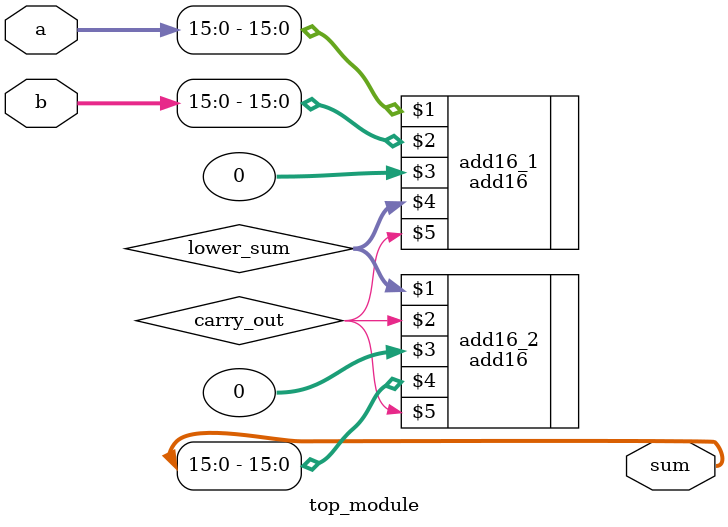
<source format=v>
module top_module(
    input [31:0] a,
    input [31:0] b,
    output [31:0] sum
);

    wire [15:0] lower_sum;
    wire carry_out;

    add16 add16_1 (a[15:0], b[15:0], 0, lower_sum, carry_out);
    add16 add16_2 (lower_sum, carry_out, 0, sum[15:0], carry_out);

endmodule
</source>
